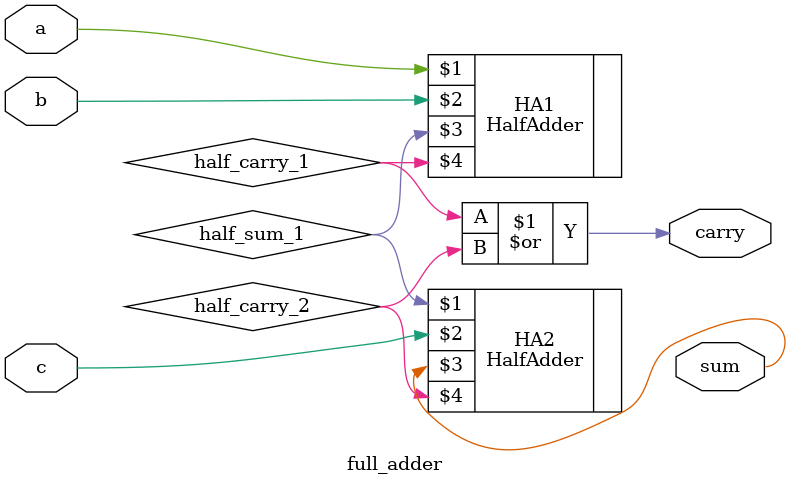
<source format=v>
`include "HalfAdder.v"
module full_adder(a,b,c,sum, carry);
input a, b, c;
output sum, carry;
wire half_sum_1, half_carry_1, half_carry_2;
HalfAdder HA1(a,b,half_sum_1, half_carry_1);
HalfAdder HA2( half_sum_1, c,sum, half_carry_2);
assign carry=half_carry_1 | half_carry_2;
endmodule

</source>
